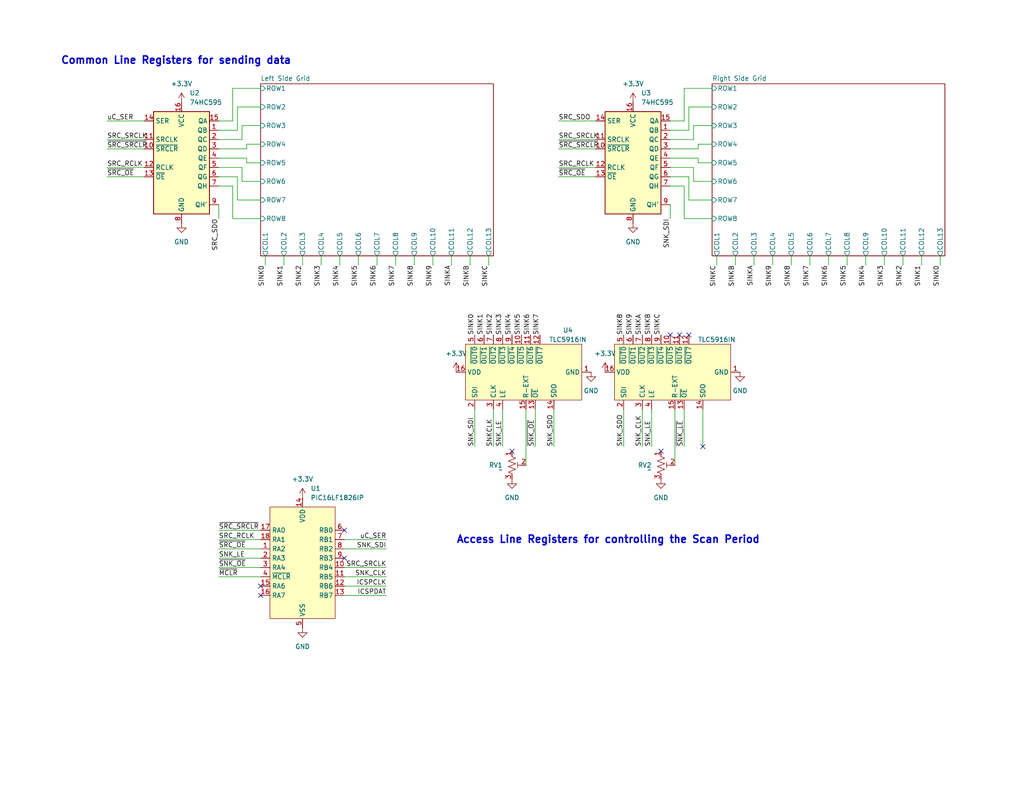
<source format=kicad_sch>
(kicad_sch (version 20230121) (generator eeschema)
  (paper "A")
  (title_block (title "Perf Board Clock") (date "10-24-2023"))
  (lib_symbols
    (symbol "74xx:74HC595"
      (property "Reference" "U" (at -7.62 13.97 0))
      (property "Value" "74HC595" (at -7.62 -16.51 0))
      (symbol "74HC595_1_0"
        (pin tri_state line (at 10.16 7.62 180) (length 2.54) (name "QB") (number "1"))
        (pin input line (at -10.16 2.54 0) (length 2.54) (name "~{SRCLR}") (number "10"))
        (pin input line (at -10.16 5.08 0) (length 2.54) (name "SRCLK") (number "11"))
        (pin input line (at -10.16 -2.54 0) (length 2.54) (name "RCLK") (number "12"))
        (pin input line (at -10.16 -5.08 0) (length 2.54) (name "~{OE}") (number "13"))
        (pin input line (at -10.16 10.16 0) (length 2.54) (name "SER") (number "14"))
        (pin tri_state line (at 10.16 10.16 180) (length 2.54) (name "QA") (number "15"))
        (pin power_in line (at 0 15.24 270) (length 2.54) (name "VCC") (number "16"))
        (pin tri_state line (at 10.16 5.08 180) (length 2.54) (name "QC") (number "2"))
        (pin tri_state line (at 10.16 2.54 180) (length 2.54) (name "QD") (number "3"))
        (pin tri_state line (at 10.16 0 180) (length 2.54) (name "QE") (number "4"))
        (pin tri_state line (at 10.16 -2.54 180) (length 2.54) (name "QF") (number "5"))
        (pin tri_state line (at 10.16 -5.08 180) (length 2.54) (name "QG") (number "6"))
        (pin tri_state line (at 10.16 -7.62 180) (length 2.54) (name "QH") (number "7"))
        (pin power_in line (at 0 -17.78 90) (length 2.54) (name "GND") (number "8"))
        (pin output line (at 10.16 -12.7 180) (length 2.54) (name "QH'") (number "9"))
      )
      (symbol "74HC595_1_1"
        (rectangle (start -7.62 12.7) (end 7.62 -15.24) (stroke (width 0.254)) (fill (type background)))
      )
    )
    (symbol "Device:R_Potentiometer_Trim_US" (pin_names (offset 1.016) hide)
      (property "Reference" "RV" (at -4.445 0 90))
      (property "Value" "R_Potentiometer_Trim_US" (at -2.54 0 90))
      (symbol "R_Potentiometer_Trim_US_0_1"
        (polyline (pts (xy 0 -2.286) (xy 0 -2.54)))
        (polyline (pts (xy 0 2.286) (xy 0 2.54)))
        (polyline (pts (xy 1.524 0.762) (xy 1.524 -0.762)))
        (polyline (pts (xy 2.54 0) (xy 1.524 0)))
        (polyline (pts (xy 0 -0.762) (xy 1.016 -1.143) (xy 0 -1.524) (xy -1.016 -1.905) (xy 0 -2.286)))
        (polyline (pts (xy 0 0.762) (xy 1.016 0.381) (xy 0 0) (xy -1.016 -0.381) (xy 0 -0.762)))
        (polyline (pts (xy 0 2.286) (xy 1.016 1.905) (xy 0 1.524) (xy -1.016 1.143) (xy 0 0.762)))
      )
      (symbol "R_Potentiometer_Trim_US_1_1"
        (pin passive line (at 0 3.81 270) (length 1.27) (name "1") (number "1"))
        (pin passive line (at 3.81 0 180) (length 1.27) (name "2") (number "2"))
        (pin passive line (at 0 -3.81 90) (length 1.27) (name "3") (number "3"))
      )
    )
    (symbol "PCM_4ms_Power-symbol:GND" (power) (pin_names (offset 0))
      (property "Value" "GND" (at 0 -3.81 0))
      (symbol "GND_0_1"
        (polyline (pts (xy 0 0) (xy 0 -1.27) (xy 1.27 -1.27) (xy 0 -2.54) (xy -1.27 -1.27) (xy 0 -1.27)))
      )
      (symbol "GND_1_1"
        (pin power_in line (at 0 0 270) (length 0) hide (name "GND") (number "1"))
      )
    )
    (symbol "PIC16LF1826IP:PIC16LF1826IP"
      (property "Reference" "U" (at 13.97 36.83 0))
      (property "Value" "PIC16LF1826IP" (at 13.97 34.29 0))
      (symbol "PIC16LF1826IP_1_1"
        (rectangle (start 0 30.48) (end 17.78 0) (fill (type background)))
        (pin bidirectional line (at -2.54 19.05 0) (length 2.54) (name "RA2") (number "1"))
        (pin bidirectional line (at 20.32 13.97 180) (length 2.54) (name "RB4") (number "10"))
        (pin bidirectional line (at 20.32 11.43 180) (length 2.54) (name "RB5") (number "11"))
        (pin bidirectional line (at 20.32 8.89 180) (length 2.54) (name "RB6") (number "12"))
        (pin bidirectional line (at 20.32 6.35 180) (length 2.54) (name "RB7") (number "13"))
        (pin input line (at 8.89 33.02 270) (length 2.54) (name "VDD") (number "14"))
        (pin bidirectional line (at -2.54 8.89 0) (length 2.54) (name "RA6") (number "15"))
        (pin bidirectional line (at -2.54 6.35 0) (length 2.54) (name "RA7") (number "16"))
        (pin bidirectional line (at -2.54 24.13 0) (length 2.54) (name "RA0") (number "17"))
        (pin bidirectional line (at -2.54 21.59 0) (length 2.54) (name "RA1") (number "18"))
        (pin bidirectional line (at -2.54 16.51 0) (length 2.54) (name "RA3") (number "2"))
        (pin bidirectional line (at -2.54 13.97 0) (length 2.54) (name "RA4") (number "3"))
        (pin bidirectional line (at -2.54 11.43 0) (length 2.54) (name "~{MCLR}") (number "4"))
        (pin input line (at 8.89 -2.54 90) (length 2.54) (name "VSS") (number "5"))
        (pin bidirectional line (at 20.32 24.13 180) (length 2.54) (name "RB0") (number "6"))
        (pin bidirectional line (at 20.32 21.59 180) (length 2.54) (name "RB1") (number "7"))
        (pin bidirectional line (at 20.32 19.05 180) (length 2.54) (name "RB2") (number "8"))
        (pin bidirectional line (at 20.32 16.51 180) (length 2.54) (name "RB3") (number "9"))
      )
    )
    (symbol "TLC5916IN:TLC5916IN"
      (property "Reference" "U" (at 10.16 17.78 0))
      (property "Value" "TLC5916IN" (at 10.16 15.24 0))
      (symbol "TLC5916IN_1_1"
        (rectangle (start 0 12.7) (end 15.24 -19.05) (fill (type background)))
        (pin input line (at 7.62 -21.59 90) (length 2.54) (name "GND") (number "1"))
        (pin input line (at 17.78 -2.54 180) (length 2.54) (name "~{OUT5}") (number "10"))
        (pin input line (at 17.78 -5.08 180) (length 2.54) (name "~{OUT6}") (number "11"))
        (pin input line (at 17.78 -7.62 180) (length 2.54) (name "~{OUT7}") (number "12"))
        (pin input line (at -2.54 -6.35 0) (length 2.54) (name "~{OE}") (number "13"))
        (pin input line (at -2.54 -11.43 0) (length 2.54) (name "SDO") (number "14"))
        (pin input line (at -2.54 -3.81 0) (length 2.54) (name "R-EXT") (number "15"))
        (pin input line (at 7.62 15.24 270) (length 2.54) (name "VDD") (number "16"))
        (pin input line (at -2.54 10.16 0) (length 2.54) (name "SDI") (number "2"))
        (pin input line (at -2.54 5.08 0) (length 2.54) (name "CLK") (number "3"))
        (pin input line (at -2.54 2.54 0) (length 2.54) (name "LE") (number "4"))
        (pin input line (at 17.78 10.16 180) (length 2.54) (name "~{OUT0}") (number "5"))
        (pin input line (at 17.78 7.62 180) (length 2.54) (name "~{OUT1}") (number "6"))
        (pin input line (at 17.78 5.08 180) (length 2.54) (name "~{OUT2}") (number "7"))
        (pin input line (at 17.78 2.54 180) (length 2.54) (name "~{OUT3}") (number "8"))
        (pin input line (at 17.78 0 180) (length 2.54) (name "~{OUT4}") (number "9"))
      )
    )
    (symbol "power:+3.3V" (power) (pin_names (offset 0))
      (property "Value" "+3.3V" (at 0 3.556 0))
      (symbol "+3.3V_0_1"
        (polyline (pts (xy -0.762 1.27) (xy 0 2.54)))
        (polyline (pts (xy 0 0) (xy 0 2.54)))
        (polyline (pts (xy 0 2.54) (xy 0.762 1.27)))
      )
      (symbol "+3.3V_1_1"
        (pin power_in line (at 0 0 90) (length 0) hide (name "+3.3V") (number "1"))
      )
    )
  )
  (no_connect (at 139.7 123.19))
  (no_connect (at 185.42 91.44))
  (no_connect (at 71.12 160.02))
  (no_connect (at 180.34 123.19))
  (no_connect (at 93.98 144.78))
  (no_connect (at 187.96 91.44))
  (no_connect (at 182.88 91.44))
  (no_connect (at 71.12 162.56))
  (no_connect (at 191.77 121.92))
  (no_connect (at 93.98 152.4))
  (wire (pts (xy 152.4 38.1) (xy 162.56 38.1)))
  (wire (pts (xy 102.87 69.85) (xy 102.87 72.39)))
  (wire (pts (xy 63.5 24.13) (xy 71.12 24.13)))
  (wire (pts (xy 175.26 111.76) (xy 175.26 121.92)))
  (wire (pts (xy 182.88 48.26) (xy 187.96 48.26)))
  (wire (pts (xy 251.46 69.85) (xy 251.46 72.39)))
  (wire (pts (xy 189.23 38.1) (xy 189.23 34.29)))
  (wire (pts (xy 182.88 45.72) (xy 189.23 45.72)))
  (wire (pts (xy 67.31 43.18) (xy 67.31 44.45)))
  (wire (pts (xy 64.77 54.61) (xy 71.12 54.61)))
  (wire (pts (xy 152.4 40.64) (xy 162.56 40.64)))
  (wire (pts (xy 191.77 111.76) (xy 191.77 121.92)))
  (wire (pts (xy 195.58 69.85) (xy 195.58 72.39)))
  (wire (pts (xy 205.74 69.85) (xy 205.74 72.39)))
  (wire (pts (xy 29.21 38.1) (xy 39.37 38.1)))
  (wire (pts (xy 63.5 33.02) (xy 63.5 24.13)))
  (wire (pts (xy 93.98 160.02) (xy 105.41 160.02)))
  (wire (pts (xy 67.31 44.45) (xy 71.12 44.45)))
  (wire (pts (xy 93.98 157.48) (xy 105.41 157.48)))
  (wire (pts (xy 152.4 45.72) (xy 162.56 45.72)))
  (wire (pts (xy 87.63 69.85) (xy 87.63 72.39)))
  (wire (pts (xy 59.69 152.4) (xy 71.12 152.4)))
  (wire (pts (xy 118.11 69.85) (xy 118.11 72.39)))
  (wire (pts (xy 226.06 69.85) (xy 226.06 72.39)))
  (wire (pts (xy 210.82 69.85) (xy 210.82 72.39)))
  (wire (pts (xy 59.69 40.64) (xy 67.31 40.64)))
  (wire (pts (xy 59.69 59.69) (xy 59.69 55.88)))
  (wire (pts (xy 220.98 69.85) (xy 220.98 72.39)))
  (wire (pts (xy 187.96 29.21) (xy 194.31 29.21)))
  (wire (pts (xy 256.54 69.85) (xy 256.54 72.39)))
  (wire (pts (xy 177.8 111.76) (xy 177.8 121.92)))
  (wire (pts (xy 236.22 69.85) (xy 236.22 72.39)))
  (wire (pts (xy 170.18 111.76) (xy 170.18 121.92)))
  (wire (pts (xy 129.54 111.76) (xy 129.54 121.92)))
  (wire (pts (xy 246.38 69.85) (xy 246.38 72.39)))
  (wire (pts (xy 93.98 162.56) (xy 105.41 162.56)))
  (wire (pts (xy 123.19 69.85) (xy 123.19 72.39)))
  (wire (pts (xy 187.96 48.26) (xy 187.96 54.61)))
  (wire (pts (xy 134.62 111.76) (xy 134.62 121.92)))
  (wire (pts (xy 66.04 34.29) (xy 71.12 34.29)))
  (wire (pts (xy 59.69 50.8) (xy 63.5 50.8)))
  (wire (pts (xy 59.69 45.72) (xy 66.04 45.72)))
  (wire (pts (xy 29.21 45.72) (xy 39.37 45.72)))
  (wire (pts (xy 182.88 40.64) (xy 190.5 40.64)))
  (wire (pts (xy 64.77 35.56) (xy 64.77 29.21)))
  (wire (pts (xy 59.69 154.94) (xy 71.12 154.94)))
  (wire (pts (xy 182.88 33.02) (xy 186.69 33.02)))
  (wire (pts (xy 152.4 33.02) (xy 162.56 33.02)))
  (wire (pts (xy 66.04 38.1) (xy 66.04 34.29)))
  (wire (pts (xy 59.69 33.02) (xy 63.5 33.02)))
  (wire (pts (xy 59.69 48.26) (xy 64.77 48.26)))
  (wire (pts (xy 182.88 59.69) (xy 182.88 55.88)))
  (wire (pts (xy 64.77 29.21) (xy 71.12 29.21)))
  (wire (pts (xy 187.96 35.56) (xy 187.96 29.21)))
  (wire (pts (xy 186.69 50.8) (xy 186.69 59.69)))
  (wire (pts (xy 93.98 147.32) (xy 105.41 147.32)))
  (wire (pts (xy 182.88 35.56) (xy 187.96 35.56)))
  (wire (pts (xy 189.23 34.29) (xy 194.31 34.29)))
  (wire (pts (xy 29.21 33.02) (xy 39.37 33.02)))
  (wire (pts (xy 93.98 154.94) (xy 105.41 154.94)))
  (wire (pts (xy 184.15 111.76) (xy 184.15 127)))
  (wire (pts (xy 93.98 149.86) (xy 105.41 149.86)))
  (wire (pts (xy 186.69 24.13) (xy 194.31 24.13)))
  (wire (pts (xy 146.05 111.76) (xy 146.05 121.92)))
  (wire (pts (xy 59.69 147.32) (xy 71.12 147.32)))
  (wire (pts (xy 113.03 69.85) (xy 113.03 72.39)))
  (wire (pts (xy 186.69 59.69) (xy 194.31 59.69)))
  (wire (pts (xy 59.69 43.18) (xy 67.31 43.18)))
  (wire (pts (xy 143.51 111.76) (xy 143.51 127)))
  (wire (pts (xy 189.23 45.72) (xy 189.23 49.53)))
  (wire (pts (xy 67.31 39.37) (xy 71.12 39.37)))
  (wire (pts (xy 186.69 111.76) (xy 186.69 121.92)))
  (wire (pts (xy 137.16 111.76) (xy 137.16 121.92)))
  (wire (pts (xy 182.88 50.8) (xy 186.69 50.8)))
  (wire (pts (xy 231.14 69.85) (xy 231.14 72.39)))
  (wire (pts (xy 182.88 43.18) (xy 190.5 43.18)))
  (wire (pts (xy 29.21 40.64) (xy 39.37 40.64)))
  (wire (pts (xy 59.69 157.48) (xy 71.12 157.48)))
  (wire (pts (xy 82.55 69.85) (xy 82.55 72.39)))
  (wire (pts (xy 151.13 111.76) (xy 151.13 121.92)))
  (wire (pts (xy 63.5 50.8) (xy 63.5 59.69)))
  (wire (pts (xy 190.5 43.18) (xy 190.5 44.45)))
  (wire (pts (xy 29.21 48.26) (xy 39.37 48.26)))
  (wire (pts (xy 190.5 40.64) (xy 190.5 39.37)))
  (wire (pts (xy 92.71 69.85) (xy 92.71 72.39)))
  (wire (pts (xy 67.31 40.64) (xy 67.31 39.37)))
  (wire (pts (xy 200.66 69.85) (xy 200.66 72.39)))
  (wire (pts (xy 59.69 144.78) (xy 71.12 144.78)))
  (wire (pts (xy 187.96 54.61) (xy 194.31 54.61)))
  (wire (pts (xy 97.79 69.85) (xy 97.79 72.39)))
  (wire (pts (xy 63.5 59.69) (xy 71.12 59.69)))
  (wire (pts (xy 186.69 33.02) (xy 186.69 24.13)))
  (wire (pts (xy 59.69 35.56) (xy 64.77 35.56)))
  (wire (pts (xy 133.35 69.85) (xy 133.35 72.39)))
  (wire (pts (xy 59.69 38.1) (xy 66.04 38.1)))
  (wire (pts (xy 77.47 69.85) (xy 77.47 72.39)))
  (wire (pts (xy 128.27 69.85) (xy 128.27 72.39)))
  (wire (pts (xy 64.77 48.26) (xy 64.77 54.61)))
  (wire (pts (xy 66.04 49.53) (xy 71.12 49.53)))
  (wire (pts (xy 190.5 44.45) (xy 194.31 44.45)))
  (wire (pts (xy 152.4 48.26) (xy 162.56 48.26)))
  (wire (pts (xy 59.69 149.86) (xy 71.12 149.86)))
  (wire (pts (xy 182.88 38.1) (xy 189.23 38.1)))
  (wire (pts (xy 190.5 39.37) (xy 194.31 39.37)))
  (wire (pts (xy 72.39 69.85) (xy 72.39 72.39)))
  (wire (pts (xy 189.23 49.53) (xy 194.31 49.53)))
  (wire (pts (xy 215.9 69.85) (xy 215.9 72.39)))
  (wire (pts (xy 241.3 69.85) (xy 241.3 72.39)))
  (wire (pts (xy 66.04 45.72) (xy 66.04 49.53)))
  (wire (pts (xy 107.95 69.85) (xy 107.95 72.39)))
  (text "Common Line Registers for sending data" (at 16.51 17.78 0) (effects (font (size 2 2) (thickness 0.4) bold) (justify left bottom)))
  (text "Access Line Registers for controlling the Scan Period" (at 124.46 148.59 0) (effects (font (size 2 2) (thickness 0.4) bold) (justify left bottom)))
  (label "SNK_SDO" (at 170.18 121.92 90))
  (label "~{SNK_LE}" (at 186.69 121.92 90))
  (label "SINK1" (at 132.08 91.44 90))
  (label "SINK1" (at 77.47 72.39 270))
  (label "SNK_SDI" (at 105.41 149.86 180))
  (label "SNKCLK" (at 134.62 121.92 90))
  (label "SRC_SDO" (at 59.69 59.69 270))
  (label "ICSPDAT" (at 105.41 162.56 180))
  (label "SRC_RCLK" (at 59.69 147.32 0))
  (label "SINKC" (at 133.35 72.39 270))
  (label "SINK1" (at 251.46 72.39 270))
  (label "SINK9" (at 210.82 72.39 270))
  (label "SINKB" (at 128.27 72.39 270))
  (label "SINK2" (at 246.38 72.39 270))
  (label "SINK2" (at 134.62 91.44 90))
  (label "SINK8" (at 215.9 72.39 270))
  (label "SNK_LE" (at 59.69 152.4 0))
  (label "SNK_SDO" (at 151.13 121.92 90))
  (label "SINK0" (at 72.39 72.39 270))
  (label "SINK6" (at 226.06 72.39 270))
  (label "SINK8" (at 113.03 72.39 270))
  (label "SINK4" (at 92.71 72.39 270))
  (label "SINK4" (at 139.7 91.44 90))
  (label "SINKA" (at 175.26 91.44 90))
  (label "SINKA" (at 123.19 72.39 270))
  (label "~{SRC_OE}" (at 152.4 48.26 0))
  (label "SINK0" (at 129.54 91.44 90))
  (label "SRC_RCLK" (at 152.4 45.72 0))
  (label "SINK7" (at 107.95 72.39 270))
  (label "SINKA" (at 205.74 72.39 270))
  (label "SINK3" (at 87.63 72.39 270))
  (label "SINK9" (at 118.11 72.39 270))
  (label "SNK_SDI" (at 129.54 121.92 90))
  (label "SNK_SDI" (at 182.88 59.69 270))
  (label "~{SNK_OE}" (at 59.69 154.94 0))
  (label "SNK_LE" (at 177.8 121.92 90))
  (label "SINK6" (at 102.87 72.39 270))
  (label "uC_SER" (at 105.41 147.32 180))
  (label "SNK_CLK" (at 105.41 157.48 180))
  (label "SRC_SRCLK" (at 152.4 38.1 0))
  (label "ICSPCLK" (at 105.41 160.02 180))
  (label "SINK7" (at 147.32 91.44 90))
  (label "SNK_CLK" (at 175.26 121.92 90))
  (label "~{SRC_OE}" (at 59.69 149.86 0))
  (label "~{MCLR}" (at 59.69 157.48 0))
  (label "SRC_SDO" (at 152.4 33.02 0))
  (label "SRC_RCLK" (at 29.21 45.72 0))
  (label "SINK8" (at 170.18 91.44 90))
  (label "SRC_SRCLK" (at 29.21 38.1 0))
  (label "SINKB" (at 200.66 72.39 270))
  (label "SINK0" (at 256.54 72.39 270))
  (label "SINKC" (at 195.58 72.39 270))
  (label "SINK9" (at 172.72 91.44 90))
  (label "SINK6" (at 144.78 91.44 90))
  (label "SINKC" (at 180.34 91.44 90))
  (label "~{SRC_SRCLR}" (at 29.21 40.64 0))
  (label "SINK5" (at 231.14 72.39 270))
  (label "SINK5" (at 142.24 91.44 90))
  (label "uC_SER" (at 29.21 33.02 0))
  (label "~{SRC_SRCLR}" (at 59.69 144.78 0))
  (label "~{SNK_OE}" (at 146.05 121.92 90))
  (label "SINKB" (at 177.8 91.44 90))
  (label "SNK_LE" (at 137.16 121.92 90))
  (label "~{SRC_OE}" (at 29.21 48.26 0))
  (label "SINK5" (at 97.79 72.39 270))
  (label "SINK7" (at 220.98 72.39 270))
  (label "SINK4" (at 236.22 72.39 270))
  (label "SRC_SRCLK" (at 105.41 154.94 180))
  (label "~{SRC_SRCLR}" (at 152.4 40.64 0))
  (label "SINK3" (at 241.3 72.39 270))
  (label "SINK2" (at 82.55 72.39 270))
  (label "SINK3" (at 137.16 91.44 90))
  (symbol (lib_id "power:+3.3V") (at 172.72 27.94 0) (unit 1)
    (property "Reference" "#PWR02" (effects hide))
    (property "Value" "+3.3V" (at 172.72 22.86 0))
  )
  (symbol (lib_id "power:+3.3V") (at 49.53 27.94 0) (unit 1)
    (property "Reference" "#PWR01" (effects hide))
    (property "Value" "+3.3V" (at 49.53 22.86 0))
  )
  (symbol (lib_id "PCM_4ms_Power-symbol:GND") (at 161.29 101.6 0) (unit 1)
    (property "Reference" "#PWR07" (effects hide))
    (property "Value" "GND" (at 161.29 106.68 0))
  )
  (symbol (lib_id "PCM_4ms_Power-symbol:GND") (at 139.7 130.81 0) (unit 1)
    (property "Reference" "#PWR09" (effects hide))
    (property "Value" "GND" (at 139.7 135.89 0))
  )
  (symbol (lib_id "Device:R_Potentiometer_Trim_US") (at 139.7 127 0) (unit 1)
    (property "Reference" "RV1" (at 137.16 127 0) (effects (justify right)))
    (property "Value" "~" (at 137.16 128.27 0) (effects (justify right)))
  )
  (symbol (lib_id "power:+3.3V") (at 124.46 101.6 0) (unit 1)
    (property "Reference" "#PWR03" (effects hide))
    (property "Value" "+3.3V" (at 124.46 96.52 0))
  )
  (symbol (lib_id "74xx:74HC595") (at 49.53 43.18 0) (unit 1)
    (property "Reference" "U2" (at 51.7241 25.4 0) (effects (justify left)))
    (property "Value" "74HC595" (at 51.7241 27.94 0) (effects (justify left)))
    (property "Datasheet" "http://www.ti.com/lit/ds/symlink/sn74hc595.pdf" (effects hide))
  )
  (symbol (lib_id "TLC5916IN:TLC5916IN") (at 139.7 109.22 90) (unit 1)
    (property "Reference" "U4" (at 154.94 90.17 90))
    (property "Value" "TLC5916IN" (at 154.94 92.71 90))
    (property "Footprint" "Package_DIP:DIP-16_W7.62mm" (effects hide))
    (property "Datasheet" "https://www.ti.com/lit/ds/symlink/tlc5916.pdf?HQS=dis-dk-null-digikeymode-dsf-pf-null-wwe&ts=1697344230079&ref_url=https%253A%252F%252Fwww.ti.com%252Fgeneral%252Fdocs%252Fsuppproductinfo.tsp%253FdistId%253D10%2526gotoUrl%253Dhttps%253A%252F%252Fwww.ti.com%252Flit%252Fgpn%252Ftlc5916" (effects hide))
  )
  (symbol (lib_id "TLC5916IN:TLC5916IN") (at 180.34 109.22 90) (unit 1)
    (property "Reference" "U5" (effects hide))
    (property "Value" "TLC5916IN" (at 195.58 92.71 90))
    (property "Footprint" "Package_DIP:DIP-16_W7.62mm" (effects hide))
    (property "Datasheet" "https://www.ti.com/lit/ds/symlink/tlc5916.pdf?HQS=dis-dk-null-digikeymode-dsf-pf-null-wwe&ts=1697344230079&ref_url=https%253A%252F%252Fwww.ti.com%252Fgeneral%252Fdocs%252Fsuppproductinfo.tsp%253FdistId%253D10%2526gotoUrl%253Dhttps%253A%252F%252Fwww.ti.com%252Flit%252Fgpn%252Ftlc5916" (effects hide))
  )
  (symbol (lib_id "Device:R_Potentiometer_Trim_US") (at 180.34 127 0) (unit 1)
    (property "Reference" "RV2" (at 177.8 127 0) (effects (justify right)))
    (property "Value" "~" (at 177.8 128.27 0) (effects (justify right)))
  )
  (symbol (lib_id "power:+3.3V") (at 165.1 101.6 0) (unit 1)
    (property "Reference" "#PWR04" (effects hide))
    (property "Value" "+3.3V" (at 165.1 96.52 0))
  )
  (symbol (lib_id "74xx:74HC595") (at 172.72 43.18 0) (unit 1)
    (property "Reference" "U3" (at 174.9141 25.4 0) (effects (justify left)))
    (property "Value" "74HC595" (at 174.9141 27.94 0) (effects (justify left)))
    (property "Datasheet" "http://www.ti.com/lit/ds/symlink/sn74hc595.pdf" (effects hide))
  )
  (symbol (lib_id "PCM_4ms_Power-symbol:GND") (at 172.72 60.96 0) (unit 1)
    (property "Reference" "#PWR06" (effects hide))
    (property "Value" "GND" (at 172.72 66.04 0))
  )
  (symbol (lib_id "power:+3.3V") (at 82.55 135.89 0) (unit 1)
    (property "Reference" "#PWR012" (effects hide))
    (property "Value" "+3.3V" (at 82.55 130.81 0))
  )
  (symbol (lib_id "PCM_4ms_Power-symbol:GND") (at 49.53 60.96 0) (unit 1)
    (property "Reference" "#PWR05" (effects hide))
    (property "Value" "GND" (at 49.53 66.04 0))
  )
  (symbol (lib_id "PIC16LF1826IP:PIC16LF1826IP") (at 73.66 168.91 0) (unit 1)
    (property "Reference" "U1" (at 84.7441 133.35 0) (effects (justify left)))
    (property "Value" "PIC16LF1826IP" (at 84.7441 135.89 0) (effects (justify left)))
    (property "Footprint" "Package_DIP:DIP-18_W7.62mm" (effects hide))
    (property "Datasheet" "https://ww1.microchip.com/downloads/en/DeviceDoc/41391D.pdf" (effects hide))
  )
  (symbol (lib_id "PCM_4ms_Power-symbol:GND") (at 180.34 130.81 0) (unit 1)
    (property "Reference" "#PWR010" (effects hide))
    (property "Value" "GND" (at 180.34 135.89 0))
  )
  (symbol (lib_id "PCM_4ms_Power-symbol:GND") (at 82.55 171.45 0) (unit 1)
    (property "Reference" "#PWR011" (effects hide))
    (property "Value" "GND" (at 82.55 176.53 0))
  )
  (symbol (lib_id "PCM_4ms_Power-symbol:GND") (at 201.93 101.6 0) (unit 1)
    (property "Reference" "#PWR08" (effects hide))
    (property "Value" "GND" (at 201.93 106.68 0))
  )
  (sheet (at 71.12 22.86) (size 63.5 46.99) (stroke (width 0.1524))
    (property "Sheetname" "Left Side Grid" (at 71.12 22.1484 0) (effects (justify left bottom)))
    (property "Sheetfile" "10x13 3mm LED Matrix.kicad_sch" (effects hide))
    (pin "ROW1" input (at 71.12 24.13 180))
    (pin "ROW2" input (at 71.12 29.21 180))
    (pin "ROW3" input (at 71.12 34.29 180))
    (pin "ROW4" input (at 71.12 39.37 180))
    (pin "ROW5" input (at 71.12 44.45 180))
    (pin "ROW6" input (at 71.12 49.53 180))
    (pin "ROW7" input (at 71.12 54.61 180))
    (pin "ROW8" input (at 71.12 59.69 180))
    (pin "COL3" output (at 82.55 69.85 270))
    (pin "COL2" output (at 77.47 69.85 270))
    (pin "COL1" output (at 72.39 69.85 270))
    (pin "COL4" output (at 87.63 69.85 270))
    (pin "COL5" output (at 92.71 69.85 270))
    (pin "COL6" output (at 97.79 69.85 270))
    (pin "COL7" output (at 102.87 69.85 270))
    (pin "COL8" output (at 107.95 69.85 270))
    (pin "COL13" output (at 133.35 69.85 270))
    (pin "COL11" output (at 123.19 69.85 270))
    (pin "COL12" output (at 128.27 69.85 270))
    (pin "COL9" output (at 113.03 69.85 270))
    (pin "COL10" output (at 118.11 69.85 270))
  )
  (sheet (at 194.31 22.86) (size 63.5 46.99) (stroke (width 0.1524))
    (property "Sheetname" "Right Side Grid" (at 194.31 22.1484 0) (effects (justify left bottom)))
    (property "Sheetfile" "10x13 3mm LED Matrix.kicad_sch" (effects hide))
    (pin "ROW1" input (at 194.31 24.13 180))
    (pin "ROW2" input (at 194.31 29.21 180))
    (pin "ROW3" input (at 194.31 34.29 180))
    (pin "ROW4" input (at 194.31 39.37 180))
    (pin "ROW5" input (at 194.31 44.45 180))
    (pin "ROW6" input (at 194.31 49.53 180))
    (pin "ROW7" input (at 194.31 54.61 180))
    (pin "ROW8" input (at 194.31 59.69 180))
    (pin "COL3" output (at 205.74 69.85 270))
    (pin "COL2" output (at 200.66 69.85 270))
    (pin "COL1" output (at 195.58 69.85 270))
    (pin "COL4" output (at 210.82 69.85 270))
    (pin "COL5" output (at 215.9 69.85 270))
    (pin "COL6" output (at 220.98 69.85 270))
    (pin "COL7" output (at 226.06 69.85 270))
    (pin "COL8" output (at 231.14 69.85 270))
    (pin "COL13" output (at 256.54 69.85 270))
    (pin "COL11" output (at 246.38 69.85 270))
    (pin "COL12" output (at 251.46 69.85 270))
    (pin "COL9" output (at 236.22 69.85 270))
    (pin "COL10" output (at 241.3 69.85 270))
  )
)
</source>
